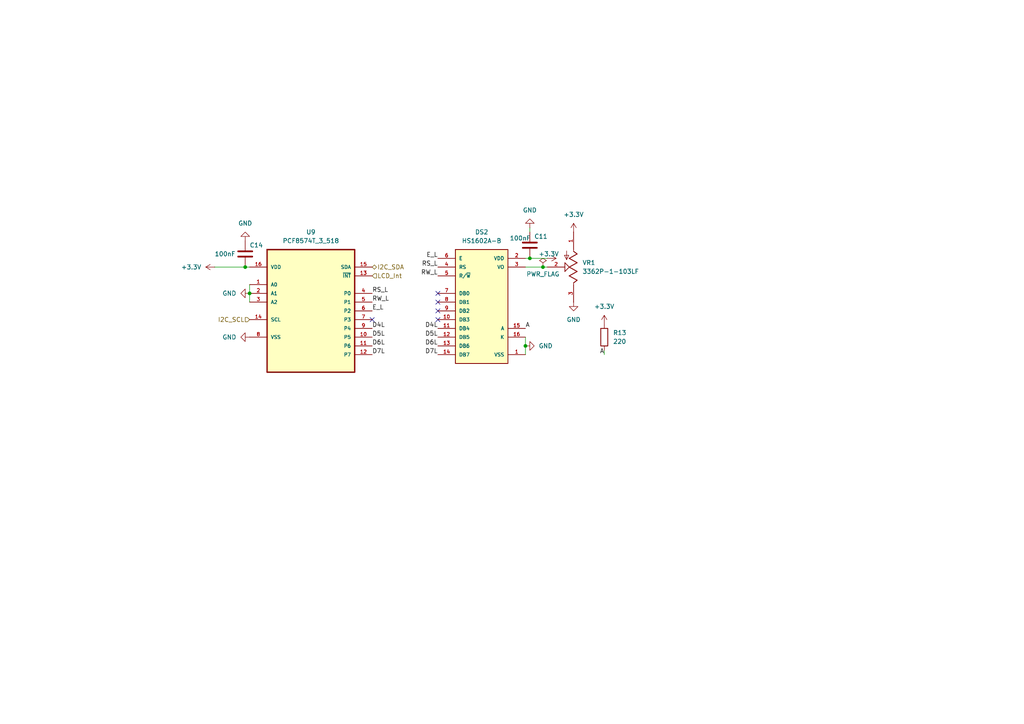
<source format=kicad_sch>
(kicad_sch
	(version 20231120)
	(generator "eeschema")
	(generator_version "8.0")
	(uuid "7ef60fe6-13aa-400d-aeac-a8337eea0a42")
	(paper "A4")
	(lib_symbols
		(symbol "Device:C"
			(pin_numbers hide)
			(pin_names
				(offset 0.254)
			)
			(exclude_from_sim no)
			(in_bom yes)
			(on_board yes)
			(property "Reference" "C"
				(at 0.635 2.54 0)
				(effects
					(font
						(size 1.27 1.27)
					)
					(justify left)
				)
			)
			(property "Value" "C"
				(at 0.635 -2.54 0)
				(effects
					(font
						(size 1.27 1.27)
					)
					(justify left)
				)
			)
			(property "Footprint" ""
				(at 0.9652 -3.81 0)
				(effects
					(font
						(size 1.27 1.27)
					)
					(hide yes)
				)
			)
			(property "Datasheet" "~"
				(at 0 0 0)
				(effects
					(font
						(size 1.27 1.27)
					)
					(hide yes)
				)
			)
			(property "Description" "Unpolarized capacitor"
				(at 0 0 0)
				(effects
					(font
						(size 1.27 1.27)
					)
					(hide yes)
				)
			)
			(property "ki_keywords" "cap capacitor"
				(at 0 0 0)
				(effects
					(font
						(size 1.27 1.27)
					)
					(hide yes)
				)
			)
			(property "ki_fp_filters" "C_*"
				(at 0 0 0)
				(effects
					(font
						(size 1.27 1.27)
					)
					(hide yes)
				)
			)
			(symbol "C_0_1"
				(polyline
					(pts
						(xy -2.032 -0.762) (xy 2.032 -0.762)
					)
					(stroke
						(width 0.508)
						(type default)
					)
					(fill
						(type none)
					)
				)
				(polyline
					(pts
						(xy -2.032 0.762) (xy 2.032 0.762)
					)
					(stroke
						(width 0.508)
						(type default)
					)
					(fill
						(type none)
					)
				)
			)
			(symbol "C_1_1"
				(pin passive line
					(at 0 3.81 270)
					(length 2.794)
					(name "~"
						(effects
							(font
								(size 1.27 1.27)
							)
						)
					)
					(number "1"
						(effects
							(font
								(size 1.27 1.27)
							)
						)
					)
				)
				(pin passive line
					(at 0 -3.81 90)
					(length 2.794)
					(name "~"
						(effects
							(font
								(size 1.27 1.27)
							)
						)
					)
					(number "2"
						(effects
							(font
								(size 1.27 1.27)
							)
						)
					)
				)
			)
		)
		(symbol "Device:R"
			(pin_numbers hide)
			(pin_names
				(offset 0)
			)
			(exclude_from_sim no)
			(in_bom yes)
			(on_board yes)
			(property "Reference" "R"
				(at 2.032 0 90)
				(effects
					(font
						(size 1.27 1.27)
					)
				)
			)
			(property "Value" "R"
				(at 0 0 90)
				(effects
					(font
						(size 1.27 1.27)
					)
				)
			)
			(property "Footprint" ""
				(at -1.778 0 90)
				(effects
					(font
						(size 1.27 1.27)
					)
					(hide yes)
				)
			)
			(property "Datasheet" "~"
				(at 0 0 0)
				(effects
					(font
						(size 1.27 1.27)
					)
					(hide yes)
				)
			)
			(property "Description" "Resistor"
				(at 0 0 0)
				(effects
					(font
						(size 1.27 1.27)
					)
					(hide yes)
				)
			)
			(property "ki_keywords" "R res resistor"
				(at 0 0 0)
				(effects
					(font
						(size 1.27 1.27)
					)
					(hide yes)
				)
			)
			(property "ki_fp_filters" "R_*"
				(at 0 0 0)
				(effects
					(font
						(size 1.27 1.27)
					)
					(hide yes)
				)
			)
			(symbol "R_0_1"
				(rectangle
					(start -1.016 -2.54)
					(end 1.016 2.54)
					(stroke
						(width 0.254)
						(type default)
					)
					(fill
						(type none)
					)
				)
			)
			(symbol "R_1_1"
				(pin passive line
					(at 0 3.81 270)
					(length 1.27)
					(name "~"
						(effects
							(font
								(size 1.27 1.27)
							)
						)
					)
					(number "1"
						(effects
							(font
								(size 1.27 1.27)
							)
						)
					)
				)
				(pin passive line
					(at 0 -3.81 90)
					(length 1.27)
					(name "~"
						(effects
							(font
								(size 1.27 1.27)
							)
						)
					)
					(number "2"
						(effects
							(font
								(size 1.27 1.27)
							)
						)
					)
				)
			)
		)
		(symbol "Motor_Flasher_Modified:3362P-1-103LF"
			(pin_names
				(offset 1.016)
			)
			(exclude_from_sim no)
			(in_bom yes)
			(on_board yes)
			(property "Reference" "VR1"
				(at -1.27 2.54 90)
				(effects
					(font
						(size 1.27 1.27)
					)
					(justify left)
				)
			)
			(property "Value" "3362P-1-103LF"
				(at 1.27 2.54 90)
				(effects
					(font
						(size 1.27 1.27)
					)
					(justify left)
				)
			)
			(property "Footprint" "Motor-Flasher:POT_3362P"
				(at 0 0 0)
				(effects
					(font
						(size 1.27 1.27)
					)
					(justify bottom)
					(hide yes)
				)
			)
			(property "Datasheet" ""
				(at 0 0 0)
				(effects
					(font
						(size 1.27 1.27)
					)
					(hide yes)
				)
			)
			(property "Description" ""
				(at 0 0 0)
				(effects
					(font
						(size 1.27 1.27)
					)
					(hide yes)
				)
			)
			(property "PARTREV" "08/26/10"
				(at 0 0 0)
				(effects
					(font
						(size 1.27 1.27)
					)
					(justify bottom)
					(hide yes)
				)
			)
			(property "MF" "Bourns"
				(at 0 0 0)
				(effects
					(font
						(size 1.27 1.27)
					)
					(justify bottom)
					(hide yes)
				)
			)
			(property "MP" "3362P-1-205LF"
				(at 0 0 0)
				(effects
					(font
						(size 1.27 1.27)
					)
					(justify bottom)
					(hide yes)
				)
			)
			(property "STANDARD" "Manufacturer Recommendation"
				(at 0 0 0)
				(effects
					(font
						(size 1.27 1.27)
					)
					(justify bottom)
					(hide yes)
				)
			)
			(symbol "3362P-1-103LF_0_0"
				(polyline
					(pts
						(xy -5.08 0) (xy -4.572 0)
					)
					(stroke
						(width 0.1524)
						(type default)
					)
					(fill
						(type none)
					)
				)
				(polyline
					(pts
						(xy -4.699 -2.032) (xy -2.159 -2.032)
					)
					(stroke
						(width 0.1524)
						(type default)
					)
					(fill
						(type none)
					)
				)
				(polyline
					(pts
						(xy -4.572 0) (xy -3.81 1.016)
					)
					(stroke
						(width 0.254)
						(type default)
					)
					(fill
						(type none)
					)
				)
				(polyline
					(pts
						(xy -3.81 1.016) (xy -2.54 -1.27)
					)
					(stroke
						(width 0.254)
						(type default)
					)
					(fill
						(type none)
					)
				)
				(polyline
					(pts
						(xy -3.429 -2.667) (xy -3.429 -1.397)
					)
					(stroke
						(width 0.1524)
						(type default)
					)
					(fill
						(type none)
					)
				)
				(polyline
					(pts
						(xy -3.429 -1.397) (xy -2.159 -2.032)
					)
					(stroke
						(width 0.1524)
						(type default)
					)
					(fill
						(type none)
					)
				)
				(polyline
					(pts
						(xy -2.54 -1.27) (xy -1.27 1.016)
					)
					(stroke
						(width 0.254)
						(type default)
					)
					(fill
						(type none)
					)
				)
				(polyline
					(pts
						(xy -2.159 -2.032) (xy -3.429 -2.667)
					)
					(stroke
						(width 0.1524)
						(type default)
					)
					(fill
						(type none)
					)
				)
				(polyline
					(pts
						(xy -1.27 -2.54) (xy 0 -1.27)
					)
					(stroke
						(width 0.2032)
						(type default)
					)
					(fill
						(type none)
					)
				)
				(polyline
					(pts
						(xy -1.27 1.016) (xy 0 -1.27)
					)
					(stroke
						(width 0.254)
						(type default)
					)
					(fill
						(type none)
					)
				)
				(polyline
					(pts
						(xy 0 -1.27) (xy 1.27 -2.54)
					)
					(stroke
						(width 0.2032)
						(type default)
					)
					(fill
						(type none)
					)
				)
				(polyline
					(pts
						(xy 0 -1.27) (xy 1.27 1.016)
					)
					(stroke
						(width 0.254)
						(type default)
					)
					(fill
						(type none)
					)
				)
				(polyline
					(pts
						(xy 1.27 -2.54) (xy -1.27 -2.54)
					)
					(stroke
						(width 0.2032)
						(type default)
					)
					(fill
						(type none)
					)
				)
				(polyline
					(pts
						(xy 1.27 1.016) (xy 2.54 -1.27)
					)
					(stroke
						(width 0.254)
						(type default)
					)
					(fill
						(type none)
					)
				)
				(polyline
					(pts
						(xy 2.54 -1.27) (xy 3.81 1.016)
					)
					(stroke
						(width 0.254)
						(type default)
					)
					(fill
						(type none)
					)
				)
				(polyline
					(pts
						(xy 3.81 1.016) (xy 4.572 0)
					)
					(stroke
						(width 0.254)
						(type default)
					)
					(fill
						(type none)
					)
				)
				(polyline
					(pts
						(xy 4.572 0) (xy 5.08 0)
					)
					(stroke
						(width 0.1524)
						(type default)
					)
					(fill
						(type none)
					)
				)
				(pin passive line
					(at -10.16 0 0)
					(length 5.08)
					(name "~"
						(effects
							(font
								(size 1.016 1.016)
							)
						)
					)
					(number "1"
						(effects
							(font
								(size 1.016 1.016)
							)
						)
					)
				)
				(pin passive line
					(at 0 -7.62 90)
					(length 5.08)
					(name "~"
						(effects
							(font
								(size 1.016 1.016)
							)
						)
					)
					(number "2"
						(effects
							(font
								(size 1.016 1.016)
							)
						)
					)
				)
				(pin passive line
					(at 10.16 0 180)
					(length 5.08)
					(name "~"
						(effects
							(font
								(size 1.016 1.016)
							)
						)
					)
					(number "3"
						(effects
							(font
								(size 1.016 1.016)
							)
						)
					)
				)
			)
		)
		(symbol "Motor_Flasher_Modified:LCM-S01602DTR_A"
			(pin_names
				(offset 1.016)
			)
			(exclude_from_sim no)
			(in_bom yes)
			(on_board yes)
			(property "Reference" "DS1"
				(at -2.54 22.86 0)
				(effects
					(font
						(size 1.27 1.27)
					)
				)
			)
			(property "Value" "HS1602A-B"
				(at -2.54 20.32 0)
				(effects
					(font
						(size 1.27 1.27)
					)
				)
			)
			(property "Footprint" "LCM-S01602DTR_A:LCD_LCM-S01602DTR_A"
				(at 0 0 0)
				(effects
					(font
						(size 1.27 1.27)
					)
					(justify bottom)
					(hide yes)
				)
			)
			(property "Datasheet" ""
				(at 0 0 0)
				(effects
					(font
						(size 1.27 1.27)
					)
					(hide yes)
				)
			)
			(property "Description" ""
				(at 0 0 0)
				(effects
					(font
						(size 1.27 1.27)
					)
					(hide yes)
				)
			)
			(property "MANUFACTURER" "Lumex"
				(at 0 0 0)
				(effects
					(font
						(size 1.27 1.27)
					)
					(justify bottom)
					(hide yes)
				)
			)
			(symbol "LCM-S01602DTR_A_0_0"
				(rectangle
					(start -10.16 17.78)
					(end 5.08 -15.24)
					(stroke
						(width 0.254)
						(type default)
					)
					(fill
						(type background)
					)
				)
				(pin power_in line
					(at 10.16 -12.7 180)
					(length 5.08)
					(name "VSS"
						(effects
							(font
								(size 1.016 1.016)
							)
						)
					)
					(number "1"
						(effects
							(font
								(size 1.016 1.016)
							)
						)
					)
				)
				(pin bidirectional line
					(at -15.24 -2.54 0)
					(length 5.08)
					(name "DB3"
						(effects
							(font
								(size 1.016 1.016)
							)
						)
					)
					(number "10"
						(effects
							(font
								(size 1.016 1.016)
							)
						)
					)
				)
				(pin bidirectional line
					(at -15.24 -5.08 0)
					(length 5.08)
					(name "DB4"
						(effects
							(font
								(size 1.016 1.016)
							)
						)
					)
					(number "11"
						(effects
							(font
								(size 1.016 1.016)
							)
						)
					)
				)
				(pin bidirectional line
					(at -15.24 -7.62 0)
					(length 5.08)
					(name "DB5"
						(effects
							(font
								(size 1.016 1.016)
							)
						)
					)
					(number "12"
						(effects
							(font
								(size 1.016 1.016)
							)
						)
					)
				)
				(pin bidirectional line
					(at -15.24 -10.16 0)
					(length 5.08)
					(name "DB6"
						(effects
							(font
								(size 1.016 1.016)
							)
						)
					)
					(number "13"
						(effects
							(font
								(size 1.016 1.016)
							)
						)
					)
				)
				(pin bidirectional line
					(at -15.24 -12.7 0)
					(length 5.08)
					(name "DB7"
						(effects
							(font
								(size 1.016 1.016)
							)
						)
					)
					(number "14"
						(effects
							(font
								(size 1.016 1.016)
							)
						)
					)
				)
				(pin power_in line
					(at 10.16 15.24 180)
					(length 5.08)
					(name "VDD"
						(effects
							(font
								(size 1.016 1.016)
							)
						)
					)
					(number "2"
						(effects
							(font
								(size 1.016 1.016)
							)
						)
					)
				)
				(pin power_in line
					(at 10.16 12.7 180)
					(length 5.08)
					(name "VO"
						(effects
							(font
								(size 1.016 1.016)
							)
						)
					)
					(number "3"
						(effects
							(font
								(size 1.016 1.016)
							)
						)
					)
				)
				(pin input line
					(at -15.24 12.7 0)
					(length 5.08)
					(name "RS"
						(effects
							(font
								(size 1.016 1.016)
							)
						)
					)
					(number "4"
						(effects
							(font
								(size 1.016 1.016)
							)
						)
					)
				)
				(pin input line
					(at -15.24 10.16 0)
					(length 5.08)
					(name "R/~{W}"
						(effects
							(font
								(size 1.016 1.016)
							)
						)
					)
					(number "5"
						(effects
							(font
								(size 1.016 1.016)
							)
						)
					)
				)
				(pin input line
					(at -15.24 15.24 0)
					(length 5.08)
					(name "E"
						(effects
							(font
								(size 1.016 1.016)
							)
						)
					)
					(number "6"
						(effects
							(font
								(size 1.016 1.016)
							)
						)
					)
				)
				(pin bidirectional line
					(at -15.24 5.08 0)
					(length 5.08)
					(name "DB0"
						(effects
							(font
								(size 1.016 1.016)
							)
						)
					)
					(number "7"
						(effects
							(font
								(size 1.016 1.016)
							)
						)
					)
				)
				(pin bidirectional line
					(at -15.24 2.54 0)
					(length 5.08)
					(name "DB1"
						(effects
							(font
								(size 1.016 1.016)
							)
						)
					)
					(number "8"
						(effects
							(font
								(size 1.016 1.016)
							)
						)
					)
				)
				(pin bidirectional line
					(at -15.24 0 0)
					(length 5.08)
					(name "DB2"
						(effects
							(font
								(size 1.016 1.016)
							)
						)
					)
					(number "9"
						(effects
							(font
								(size 1.016 1.016)
							)
						)
					)
				)
			)
			(symbol "LCM-S01602DTR_A_1_0"
				(pin input line
					(at 10.16 -5.08 180)
					(length 5.08)
					(name "A"
						(effects
							(font
								(size 1.016 1.016)
							)
						)
					)
					(number "15"
						(effects
							(font
								(size 1.016 1.016)
							)
						)
					)
				)
				(pin power_in line
					(at 10.16 -7.62 180)
					(length 5.08)
					(name "K"
						(effects
							(font
								(size 1.016 1.016)
							)
						)
					)
					(number "16"
						(effects
							(font
								(size 1.016 1.016)
							)
						)
					)
				)
			)
		)
		(symbol "PCF8574T_3_518:PCF8574T_3_518"
			(pin_names
				(offset 1.016)
			)
			(exclude_from_sim no)
			(in_bom yes)
			(on_board yes)
			(property "Reference" "U"
				(at -4.8821 16.5789 0)
				(effects
					(font
						(size 1.27 1.27)
					)
					(justify left bottom)
				)
			)
			(property "Value" "PCF8574T_3_518"
				(at -4.6387 -23.3717 0)
				(effects
					(font
						(size 1.27 1.27)
					)
					(justify left bottom)
				)
			)
			(property "Footprint" "PCF8574T_3_518:SOIC127P1032X265-16N"
				(at 0 0 0)
				(effects
					(font
						(size 1.27 1.27)
					)
					(justify bottom)
					(hide yes)
				)
			)
			(property "Datasheet" ""
				(at 0 0 0)
				(effects
					(font
						(size 1.27 1.27)
					)
					(hide yes)
				)
			)
			(property "Description" ""
				(at 0 0 0)
				(effects
					(font
						(size 1.27 1.27)
					)
					(hide yes)
				)
			)
			(property "SUPPLIER" "NXP"
				(at 0 0 0)
				(effects
					(font
						(size 1.27 1.27)
					)
					(justify bottom)
					(hide yes)
				)
			)
			(property "OC_FARNELL" "2101302"
				(at 0 0 0)
				(effects
					(font
						(size 1.27 1.27)
					)
					(justify bottom)
					(hide yes)
				)
			)
			(property "OC_NEWARK" "70R6866"
				(at 0 0 0)
				(effects
					(font
						(size 1.27 1.27)
					)
					(justify bottom)
					(hide yes)
				)
			)
			(property "MPN" "PCF8574T/3,518"
				(at 0 0 0)
				(effects
					(font
						(size 1.27 1.27)
					)
					(justify bottom)
					(hide yes)
				)
			)
			(property "PACKAGE" "SOIC-16"
				(at 0 0 0)
				(effects
					(font
						(size 1.27 1.27)
					)
					(justify bottom)
					(hide yes)
				)
			)
			(symbol "PCF8574T_3_518_0_0"
				(rectangle
					(start -12.7 -20.32)
					(end 12.7 15.24)
					(stroke
						(width 0.4064)
						(type default)
					)
					(fill
						(type background)
					)
				)
				(pin input line
					(at -17.78 5.08 0)
					(length 5.08)
					(name "A0"
						(effects
							(font
								(size 1.016 1.016)
							)
						)
					)
					(number "1"
						(effects
							(font
								(size 1.016 1.016)
							)
						)
					)
				)
				(pin bidirectional line
					(at 17.78 -10.16 180)
					(length 5.08)
					(name "P5"
						(effects
							(font
								(size 1.016 1.016)
							)
						)
					)
					(number "10"
						(effects
							(font
								(size 1.016 1.016)
							)
						)
					)
				)
				(pin bidirectional line
					(at 17.78 -12.7 180)
					(length 5.08)
					(name "P6"
						(effects
							(font
								(size 1.016 1.016)
							)
						)
					)
					(number "11"
						(effects
							(font
								(size 1.016 1.016)
							)
						)
					)
				)
				(pin bidirectional line
					(at 17.78 -15.24 180)
					(length 5.08)
					(name "P7"
						(effects
							(font
								(size 1.016 1.016)
							)
						)
					)
					(number "12"
						(effects
							(font
								(size 1.016 1.016)
							)
						)
					)
				)
				(pin output line
					(at 17.78 7.62 180)
					(length 5.08)
					(name "~{INT}"
						(effects
							(font
								(size 1.016 1.016)
							)
						)
					)
					(number "13"
						(effects
							(font
								(size 1.016 1.016)
							)
						)
					)
				)
				(pin input line
					(at -17.78 -5.08 0)
					(length 5.08)
					(name "SCL"
						(effects
							(font
								(size 1.016 1.016)
							)
						)
					)
					(number "14"
						(effects
							(font
								(size 1.016 1.016)
							)
						)
					)
				)
				(pin bidirectional line
					(at 17.78 10.16 180)
					(length 5.08)
					(name "SDA"
						(effects
							(font
								(size 1.016 1.016)
							)
						)
					)
					(number "15"
						(effects
							(font
								(size 1.016 1.016)
							)
						)
					)
				)
				(pin power_in line
					(at -17.78 10.16 0)
					(length 5.08)
					(name "VDD"
						(effects
							(font
								(size 1.016 1.016)
							)
						)
					)
					(number "16"
						(effects
							(font
								(size 1.016 1.016)
							)
						)
					)
				)
				(pin input line
					(at -17.78 2.54 0)
					(length 5.08)
					(name "A1"
						(effects
							(font
								(size 1.016 1.016)
							)
						)
					)
					(number "2"
						(effects
							(font
								(size 1.016 1.016)
							)
						)
					)
				)
				(pin input line
					(at -17.78 0 0)
					(length 5.08)
					(name "A2"
						(effects
							(font
								(size 1.016 1.016)
							)
						)
					)
					(number "3"
						(effects
							(font
								(size 1.016 1.016)
							)
						)
					)
				)
				(pin bidirectional line
					(at 17.78 2.54 180)
					(length 5.08)
					(name "P0"
						(effects
							(font
								(size 1.016 1.016)
							)
						)
					)
					(number "4"
						(effects
							(font
								(size 1.016 1.016)
							)
						)
					)
				)
				(pin bidirectional line
					(at 17.78 0 180)
					(length 5.08)
					(name "P1"
						(effects
							(font
								(size 1.016 1.016)
							)
						)
					)
					(number "5"
						(effects
							(font
								(size 1.016 1.016)
							)
						)
					)
				)
				(pin bidirectional line
					(at 17.78 -2.54 180)
					(length 5.08)
					(name "P2"
						(effects
							(font
								(size 1.016 1.016)
							)
						)
					)
					(number "6"
						(effects
							(font
								(size 1.016 1.016)
							)
						)
					)
				)
				(pin bidirectional line
					(at 17.78 -5.08 180)
					(length 5.08)
					(name "P3"
						(effects
							(font
								(size 1.016 1.016)
							)
						)
					)
					(number "7"
						(effects
							(font
								(size 1.016 1.016)
							)
						)
					)
				)
				(pin passive line
					(at -17.78 -10.16 0)
					(length 5.08)
					(name "VSS"
						(effects
							(font
								(size 1.016 1.016)
							)
						)
					)
					(number "8"
						(effects
							(font
								(size 1.016 1.016)
							)
						)
					)
				)
				(pin bidirectional line
					(at 17.78 -7.62 180)
					(length 5.08)
					(name "P4"
						(effects
							(font
								(size 1.016 1.016)
							)
						)
					)
					(number "9"
						(effects
							(font
								(size 1.016 1.016)
							)
						)
					)
				)
			)
		)
		(symbol "power:+3.3V"
			(power)
			(pin_numbers hide)
			(pin_names
				(offset 0) hide)
			(exclude_from_sim no)
			(in_bom yes)
			(on_board yes)
			(property "Reference" "#PWR"
				(at 0 -3.81 0)
				(effects
					(font
						(size 1.27 1.27)
					)
					(hide yes)
				)
			)
			(property "Value" "+3.3V"
				(at 0 3.556 0)
				(effects
					(font
						(size 1.27 1.27)
					)
				)
			)
			(property "Footprint" ""
				(at 0 0 0)
				(effects
					(font
						(size 1.27 1.27)
					)
					(hide yes)
				)
			)
			(property "Datasheet" ""
				(at 0 0 0)
				(effects
					(font
						(size 1.27 1.27)
					)
					(hide yes)
				)
			)
			(property "Description" "Power symbol creates a global label with name \"+3.3V\""
				(at 0 0 0)
				(effects
					(font
						(size 1.27 1.27)
					)
					(hide yes)
				)
			)
			(property "ki_keywords" "global power"
				(at 0 0 0)
				(effects
					(font
						(size 1.27 1.27)
					)
					(hide yes)
				)
			)
			(symbol "+3.3V_0_1"
				(polyline
					(pts
						(xy -0.762 1.27) (xy 0 2.54)
					)
					(stroke
						(width 0)
						(type default)
					)
					(fill
						(type none)
					)
				)
				(polyline
					(pts
						(xy 0 0) (xy 0 2.54)
					)
					(stroke
						(width 0)
						(type default)
					)
					(fill
						(type none)
					)
				)
				(polyline
					(pts
						(xy 0 2.54) (xy 0.762 1.27)
					)
					(stroke
						(width 0)
						(type default)
					)
					(fill
						(type none)
					)
				)
			)
			(symbol "+3.3V_1_1"
				(pin power_in line
					(at 0 0 90)
					(length 0)
					(name "~"
						(effects
							(font
								(size 1.27 1.27)
							)
						)
					)
					(number "1"
						(effects
							(font
								(size 1.27 1.27)
							)
						)
					)
				)
			)
		)
		(symbol "power:GND"
			(power)
			(pin_numbers hide)
			(pin_names
				(offset 0) hide)
			(exclude_from_sim no)
			(in_bom yes)
			(on_board yes)
			(property "Reference" "#PWR"
				(at 0 -6.35 0)
				(effects
					(font
						(size 1.27 1.27)
					)
					(hide yes)
				)
			)
			(property "Value" "GND"
				(at 0 -3.81 0)
				(effects
					(font
						(size 1.27 1.27)
					)
				)
			)
			(property "Footprint" ""
				(at 0 0 0)
				(effects
					(font
						(size 1.27 1.27)
					)
					(hide yes)
				)
			)
			(property "Datasheet" ""
				(at 0 0 0)
				(effects
					(font
						(size 1.27 1.27)
					)
					(hide yes)
				)
			)
			(property "Description" "Power symbol creates a global label with name \"GND\" , ground"
				(at 0 0 0)
				(effects
					(font
						(size 1.27 1.27)
					)
					(hide yes)
				)
			)
			(property "ki_keywords" "global power"
				(at 0 0 0)
				(effects
					(font
						(size 1.27 1.27)
					)
					(hide yes)
				)
			)
			(symbol "GND_0_1"
				(polyline
					(pts
						(xy 0 0) (xy 0 -1.27) (xy 1.27 -1.27) (xy 0 -2.54) (xy -1.27 -1.27) (xy 0 -1.27)
					)
					(stroke
						(width 0)
						(type default)
					)
					(fill
						(type none)
					)
				)
			)
			(symbol "GND_1_1"
				(pin power_in line
					(at 0 0 270)
					(length 0)
					(name "~"
						(effects
							(font
								(size 1.27 1.27)
							)
						)
					)
					(number "1"
						(effects
							(font
								(size 1.27 1.27)
							)
						)
					)
				)
			)
		)
		(symbol "power:PWR_FLAG"
			(power)
			(pin_numbers hide)
			(pin_names
				(offset 0) hide)
			(exclude_from_sim no)
			(in_bom yes)
			(on_board yes)
			(property "Reference" "#FLG"
				(at 0 1.905 0)
				(effects
					(font
						(size 1.27 1.27)
					)
					(hide yes)
				)
			)
			(property "Value" "PWR_FLAG"
				(at 0 3.81 0)
				(effects
					(font
						(size 1.27 1.27)
					)
				)
			)
			(property "Footprint" ""
				(at 0 0 0)
				(effects
					(font
						(size 1.27 1.27)
					)
					(hide yes)
				)
			)
			(property "Datasheet" "~"
				(at 0 0 0)
				(effects
					(font
						(size 1.27 1.27)
					)
					(hide yes)
				)
			)
			(property "Description" "Special symbol for telling ERC where power comes from"
				(at 0 0 0)
				(effects
					(font
						(size 1.27 1.27)
					)
					(hide yes)
				)
			)
			(property "ki_keywords" "flag power"
				(at 0 0 0)
				(effects
					(font
						(size 1.27 1.27)
					)
					(hide yes)
				)
			)
			(symbol "PWR_FLAG_0_0"
				(pin power_out line
					(at 0 0 90)
					(length 0)
					(name "~"
						(effects
							(font
								(size 1.27 1.27)
							)
						)
					)
					(number "1"
						(effects
							(font
								(size 1.27 1.27)
							)
						)
					)
				)
			)
			(symbol "PWR_FLAG_0_1"
				(polyline
					(pts
						(xy 0 0) (xy 0 1.27) (xy -1.016 1.905) (xy 0 2.54) (xy 1.016 1.905) (xy 0 1.27)
					)
					(stroke
						(width 0)
						(type default)
					)
					(fill
						(type none)
					)
				)
			)
		)
	)
	(junction
		(at 71.12 77.47)
		(diameter 0)
		(color 0 0 0 0)
		(uuid "029d7a8d-af88-41b5-81b9-430984fe595a")
	)
	(junction
		(at 153.67 74.93)
		(diameter 0)
		(color 0 0 0 0)
		(uuid "2e99fd4e-381b-4df7-bc13-ea9ff7ecef99")
	)
	(junction
		(at 72.39 85.09)
		(diameter 0)
		(color 0 0 0 0)
		(uuid "446131c8-9b9b-42c7-b9f8-e89dd35c17b6")
	)
	(junction
		(at 157.48 77.47)
		(diameter 0)
		(color 0 0 0 0)
		(uuid "4ccfe794-63d0-426a-b8c8-4fd17065f01d")
	)
	(junction
		(at 152.4 100.33)
		(diameter 0)
		(color 0 0 0 0)
		(uuid "4f7bbaf9-306a-4026-bb5b-e3736aed005b")
	)
	(no_connect
		(at 107.95 92.71)
		(uuid "1e57c2a8-3db0-4d70-8734-ae3027964025")
	)
	(no_connect
		(at 127 92.71)
		(uuid "2bbe8ef9-f84d-4e97-9114-ebb760fb21f1")
	)
	(no_connect
		(at 127 90.17)
		(uuid "39ef4140-ffab-46a9-a384-f889c57f92f2")
	)
	(no_connect
		(at 127 85.09)
		(uuid "5a5793ce-e156-46b6-adcb-d1a4b389cf33")
	)
	(no_connect
		(at 127 87.63)
		(uuid "90ccdc10-bb49-4031-9180-d09d11a7a795")
	)
	(wire
		(pts
			(xy 153.67 74.93) (xy 158.75 74.93)
		)
		(stroke
			(width 0)
			(type default)
		)
		(uuid "2b1a2540-66ba-4e8b-968a-13efbf630ee2")
	)
	(wire
		(pts
			(xy 152.4 97.79) (xy 152.4 100.33)
		)
		(stroke
			(width 0)
			(type default)
		)
		(uuid "30fd166d-4a8d-4bde-bccc-d5c1e7a0019b")
	)
	(wire
		(pts
			(xy 72.39 87.63) (xy 72.39 85.09)
		)
		(stroke
			(width 0)
			(type default)
		)
		(uuid "51c1bfc2-94fc-4910-b5ad-f1f3a79b5122")
	)
	(wire
		(pts
			(xy 72.39 82.55) (xy 72.39 85.09)
		)
		(stroke
			(width 0)
			(type default)
		)
		(uuid "65799455-7740-41fa-88af-afe531c287d6")
	)
	(wire
		(pts
			(xy 153.67 66.04) (xy 153.67 67.31)
		)
		(stroke
			(width 0)
			(type default)
		)
		(uuid "6685e019-b423-40fb-9bc9-72f62ec0c56a")
	)
	(wire
		(pts
			(xy 175.26 102.87) (xy 175.26 101.6)
		)
		(stroke
			(width 0)
			(type default)
		)
		(uuid "6ab4ae3f-16a9-4a22-8073-bdac7eef9960")
	)
	(wire
		(pts
			(xy 153.67 74.93) (xy 152.4 74.93)
		)
		(stroke
			(width 0)
			(type default)
		)
		(uuid "898d8872-69cd-4e40-95a5-5340c4cf7ee9")
	)
	(wire
		(pts
			(xy 71.12 77.47) (xy 72.39 77.47)
		)
		(stroke
			(width 0)
			(type default)
		)
		(uuid "8ead8fdf-1621-41e7-abae-ab4210613682")
	)
	(wire
		(pts
			(xy 62.23 77.47) (xy 71.12 77.47)
		)
		(stroke
			(width 0)
			(type default)
		)
		(uuid "920f2c8c-7d9f-40ff-9665-8608bacdc12e")
	)
	(wire
		(pts
			(xy 152.4 100.33) (xy 152.4 102.87)
		)
		(stroke
			(width 0)
			(type default)
		)
		(uuid "aaa8836d-cb68-4805-83c6-9c6ea18069da")
	)
	(wire
		(pts
			(xy 157.48 77.47) (xy 158.75 77.47)
		)
		(stroke
			(width 0)
			(type default)
		)
		(uuid "d8570ba9-f44c-40ac-ae85-01bc36eede08")
	)
	(wire
		(pts
			(xy 152.4 77.47) (xy 157.48 77.47)
		)
		(stroke
			(width 0)
			(type default)
		)
		(uuid "fdf0e9e1-9b6e-436c-9674-8c811f58d770")
	)
	(label "D7L"
		(at 127 102.87 180)
		(fields_autoplaced yes)
		(effects
			(font
				(size 1.27 1.27)
			)
			(justify right bottom)
		)
		(uuid "00f50f64-229d-4e86-9a66-a26642f94e06")
	)
	(label "RW_L"
		(at 107.95 87.63 0)
		(fields_autoplaced yes)
		(effects
			(font
				(size 1.27 1.27)
			)
			(justify left bottom)
		)
		(uuid "121c4402-864f-4c1c-8c60-7612fd57a6e7")
	)
	(label "D6L"
		(at 107.95 100.33 0)
		(fields_autoplaced yes)
		(effects
			(font
				(size 1.27 1.27)
			)
			(justify left bottom)
		)
		(uuid "20d72d21-a995-44f0-ba18-ac9555f42458")
	)
	(label "D7L"
		(at 107.95 102.87 0)
		(fields_autoplaced yes)
		(effects
			(font
				(size 1.27 1.27)
			)
			(justify left bottom)
		)
		(uuid "215dae79-5024-490f-982c-dd96a850b746")
	)
	(label "D5L"
		(at 127 97.79 180)
		(fields_autoplaced yes)
		(effects
			(font
				(size 1.27 1.27)
			)
			(justify right bottom)
		)
		(uuid "348cc742-c034-4832-b751-4094f5dfe8c5")
	)
	(label "E_L"
		(at 107.95 90.17 0)
		(fields_autoplaced yes)
		(effects
			(font
				(size 1.27 1.27)
			)
			(justify left bottom)
		)
		(uuid "415a6c79-a1be-4b8f-a0fd-c9b6d58edb7a")
	)
	(label "E_L"
		(at 127 74.93 180)
		(fields_autoplaced yes)
		(effects
			(font
				(size 1.27 1.27)
			)
			(justify right bottom)
		)
		(uuid "7ec863e0-4c93-4d01-97f4-d6e4cbc056d1")
	)
	(label "A"
		(at 175.26 102.87 180)
		(fields_autoplaced yes)
		(effects
			(font
				(size 1.27 1.27)
			)
			(justify right bottom)
		)
		(uuid "8427764a-628a-42b3-a9a4-1f7df6876be1")
	)
	(label "RS_L"
		(at 127 77.47 180)
		(fields_autoplaced yes)
		(effects
			(font
				(size 1.27 1.27)
			)
			(justify right bottom)
		)
		(uuid "99c4cca1-08ab-4388-b476-01c4a417391c")
	)
	(label "D6L"
		(at 127 100.33 180)
		(fields_autoplaced yes)
		(effects
			(font
				(size 1.27 1.27)
			)
			(justify right bottom)
		)
		(uuid "a05e797d-49e5-471d-8a92-2b56acecc248")
	)
	(label "D4L"
		(at 127 95.25 180)
		(fields_autoplaced yes)
		(effects
			(font
				(size 1.27 1.27)
			)
			(justify right bottom)
		)
		(uuid "ac95f27d-478b-435b-b95d-6989be7da27a")
	)
	(label "A"
		(at 152.4 95.25 0)
		(fields_autoplaced yes)
		(effects
			(font
				(size 1.27 1.27)
			)
			(justify left bottom)
		)
		(uuid "b9ca0448-d7d0-44e5-adb3-b74fc2d45d5d")
	)
	(label "RW_L"
		(at 127 80.01 180)
		(fields_autoplaced yes)
		(effects
			(font
				(size 1.27 1.27)
			)
			(justify right bottom)
		)
		(uuid "bfb853ba-f7d0-464f-935f-8f148768e9e3")
	)
	(label "RS_L"
		(at 107.95 85.09 0)
		(fields_autoplaced yes)
		(effects
			(font
				(size 1.27 1.27)
			)
			(justify left bottom)
		)
		(uuid "df7b2d01-b343-4303-8009-dc8b763d0996")
	)
	(label "D4L"
		(at 107.95 95.25 0)
		(fields_autoplaced yes)
		(effects
			(font
				(size 1.27 1.27)
			)
			(justify left bottom)
		)
		(uuid "efd05909-9225-41c1-b809-0bcb48a83a8b")
	)
	(label "D5L"
		(at 107.95 97.79 0)
		(fields_autoplaced yes)
		(effects
			(font
				(size 1.27 1.27)
			)
			(justify left bottom)
		)
		(uuid "fbfae50d-4257-48c0-b137-1d0db61ad8fb")
	)
	(hierarchical_label "LCD_Int"
		(shape input)
		(at 107.95 80.01 0)
		(fields_autoplaced yes)
		(effects
			(font
				(size 1.27 1.27)
			)
			(justify left)
		)
		(uuid "04d3a1ef-4457-416d-a791-760d58eb9db1")
	)
	(hierarchical_label "I2C_SCL"
		(shape input)
		(at 72.39 92.71 180)
		(fields_autoplaced yes)
		(effects
			(font
				(size 1.27 1.27)
			)
			(justify right)
		)
		(uuid "0f252e0b-e3ca-4bc6-9172-c5c174055ad1")
	)
	(hierarchical_label "I2C_SDA"
		(shape bidirectional)
		(at 107.95 77.47 0)
		(fields_autoplaced yes)
		(effects
			(font
				(size 1.27 1.27)
			)
			(justify left)
		)
		(uuid "32376a2c-b86f-4666-b6c8-ced6cb93abbb")
	)
	(symbol
		(lib_id "power:+3.3V")
		(at 62.23 77.47 90)
		(unit 1)
		(exclude_from_sim no)
		(in_bom yes)
		(on_board yes)
		(dnp no)
		(fields_autoplaced yes)
		(uuid "174f83a7-e1b6-4362-8d02-08aef00119c5")
		(property "Reference" "#PWR037"
			(at 66.04 77.47 0)
			(effects
				(font
					(size 1.27 1.27)
				)
				(hide yes)
			)
		)
		(property "Value" "+3.3V"
			(at 58.42 77.47 90)
			(effects
				(font
					(size 1.27 1.27)
				)
				(justify left)
			)
		)
		(property "Footprint" ""
			(at 62.23 77.47 0)
			(effects
				(font
					(size 1.27 1.27)
				)
				(hide yes)
			)
		)
		(property "Datasheet" ""
			(at 62.23 77.47 0)
			(effects
				(font
					(size 1.27 1.27)
				)
				(hide yes)
			)
		)
		(property "Description" "Power symbol creates a global label with name \"+3.3V\""
			(at 62.23 77.47 0)
			(effects
				(font
					(size 1.27 1.27)
				)
				(hide yes)
			)
		)
		(pin "1"
			(uuid "1b93fad2-a2b9-4032-a3a5-78b5eb550843")
		)
		(instances
			(project "Motor Programmer Rev. 2"
				(path "/011ae556-31c3-4ee2-a722-f56ffd3fdd08/06d156b2-e7ee-480c-8393-8b638463578f"
					(reference "#PWR037")
					(unit 1)
				)
			)
		)
	)
	(symbol
		(lib_id "power:GND")
		(at 166.37 87.63 0)
		(unit 1)
		(exclude_from_sim no)
		(in_bom yes)
		(on_board yes)
		(dnp no)
		(fields_autoplaced yes)
		(uuid "3bacb6fb-b11c-45b3-896e-59ce7cd5d1d2")
		(property "Reference" "#PWR034"
			(at 166.37 93.98 0)
			(effects
				(font
					(size 1.27 1.27)
				)
				(hide yes)
			)
		)
		(property "Value" "GND"
			(at 166.37 92.71 0)
			(effects
				(font
					(size 1.27 1.27)
				)
			)
		)
		(property "Footprint" ""
			(at 166.37 87.63 0)
			(effects
				(font
					(size 1.27 1.27)
				)
				(hide yes)
			)
		)
		(property "Datasheet" ""
			(at 166.37 87.63 0)
			(effects
				(font
					(size 1.27 1.27)
				)
				(hide yes)
			)
		)
		(property "Description" "Power symbol creates a global label with name \"GND\" , ground"
			(at 166.37 87.63 0)
			(effects
				(font
					(size 1.27 1.27)
				)
				(hide yes)
			)
		)
		(pin "1"
			(uuid "f4dbc890-aef0-4e63-a7a7-bf195595cbd4")
		)
		(instances
			(project "Motor Programmer Rev. 2"
				(path "/011ae556-31c3-4ee2-a722-f56ffd3fdd08/06d156b2-e7ee-480c-8393-8b638463578f"
					(reference "#PWR034")
					(unit 1)
				)
			)
		)
	)
	(symbol
		(lib_id "power:GND")
		(at 72.39 85.09 270)
		(unit 1)
		(exclude_from_sim no)
		(in_bom yes)
		(on_board yes)
		(dnp no)
		(fields_autoplaced yes)
		(uuid "4726c524-a6dc-4a9e-80af-84ae3774111e")
		(property "Reference" "#PWR039"
			(at 66.04 85.09 0)
			(effects
				(font
					(size 1.27 1.27)
				)
				(hide yes)
			)
		)
		(property "Value" "GND"
			(at 68.58 85.09 90)
			(effects
				(font
					(size 1.27 1.27)
				)
				(justify right)
			)
		)
		(property "Footprint" ""
			(at 72.39 85.09 0)
			(effects
				(font
					(size 1.27 1.27)
				)
				(hide yes)
			)
		)
		(property "Datasheet" ""
			(at 72.39 85.09 0)
			(effects
				(font
					(size 1.27 1.27)
				)
				(hide yes)
			)
		)
		(property "Description" "Power symbol creates a global label with name \"GND\" , ground"
			(at 72.39 85.09 0)
			(effects
				(font
					(size 1.27 1.27)
				)
				(hide yes)
			)
		)
		(pin "1"
			(uuid "8d3729eb-0864-450a-9b82-542d78cf4a80")
		)
		(instances
			(project "Motor Programmer Rev. 2"
				(path "/011ae556-31c3-4ee2-a722-f56ffd3fdd08/06d156b2-e7ee-480c-8393-8b638463578f"
					(reference "#PWR039")
					(unit 1)
				)
			)
		)
	)
	(symbol
		(lib_id "power:GND")
		(at 153.67 66.04 180)
		(unit 1)
		(exclude_from_sim no)
		(in_bom yes)
		(on_board yes)
		(dnp no)
		(fields_autoplaced yes)
		(uuid "4af89c65-5ae6-492e-a1fd-ccd432e4fe28")
		(property "Reference" "#PWR053"
			(at 153.67 59.69 0)
			(effects
				(font
					(size 1.27 1.27)
				)
				(hide yes)
			)
		)
		(property "Value" "GND"
			(at 153.67 60.96 0)
			(effects
				(font
					(size 1.27 1.27)
				)
			)
		)
		(property "Footprint" ""
			(at 153.67 66.04 0)
			(effects
				(font
					(size 1.27 1.27)
				)
				(hide yes)
			)
		)
		(property "Datasheet" ""
			(at 153.67 66.04 0)
			(effects
				(font
					(size 1.27 1.27)
				)
				(hide yes)
			)
		)
		(property "Description" "Power symbol creates a global label with name \"GND\" , ground"
			(at 153.67 66.04 0)
			(effects
				(font
					(size 1.27 1.27)
				)
				(hide yes)
			)
		)
		(pin "1"
			(uuid "30c08a57-22a5-4c96-90f7-342aa7891e06")
		)
		(instances
			(project "motor-flasher"
				(path "/011ae556-31c3-4ee2-a722-f56ffd3fdd08/06d156b2-e7ee-480c-8393-8b638463578f"
					(reference "#PWR053")
					(unit 1)
				)
			)
		)
	)
	(symbol
		(lib_id "Device:R")
		(at 175.26 97.79 0)
		(unit 1)
		(exclude_from_sim no)
		(in_bom yes)
		(on_board yes)
		(dnp no)
		(fields_autoplaced yes)
		(uuid "57d89cd8-969e-4dd5-9504-073d1982a25e")
		(property "Reference" "R13"
			(at 177.8 96.5199 0)
			(effects
				(font
					(size 1.27 1.27)
				)
				(justify left)
			)
		)
		(property "Value" "220"
			(at 177.8 99.0599 0)
			(effects
				(font
					(size 1.27 1.27)
				)
				(justify left)
			)
		)
		(property "Footprint" "Resistor_SMD:R_0402_1005Metric"
			(at 173.482 97.79 90)
			(effects
				(font
					(size 1.27 1.27)
				)
				(hide yes)
			)
		)
		(property "Datasheet" "~"
			(at 175.26 97.79 0)
			(effects
				(font
					(size 1.27 1.27)
				)
				(hide yes)
			)
		)
		(property "Description" ""
			(at 175.26 97.79 0)
			(effects
				(font
					(size 1.27 1.27)
				)
				(hide yes)
			)
		)
		(pin "1"
			(uuid "701c490c-345b-4a56-a8e4-c756b11621fe")
		)
		(pin "2"
			(uuid "95010221-1a3e-4fb6-8c9d-0e0fbcd61a8c")
		)
		(instances
			(project "Motor Programmer Rev. 2"
				(path "/011ae556-31c3-4ee2-a722-f56ffd3fdd08/06d156b2-e7ee-480c-8393-8b638463578f"
					(reference "R13")
					(unit 1)
				)
			)
		)
	)
	(symbol
		(lib_id "PCF8574T_3_518:PCF8574T_3_518")
		(at 90.17 87.63 0)
		(unit 1)
		(exclude_from_sim no)
		(in_bom yes)
		(on_board yes)
		(dnp no)
		(fields_autoplaced yes)
		(uuid "5df74eab-82bc-487c-ada8-deb48d9d3d84")
		(property "Reference" "U9"
			(at 90.17 67.31 0)
			(effects
				(font
					(size 1.27 1.27)
				)
			)
		)
		(property "Value" "PCF8574T_3_518"
			(at 90.17 69.85 0)
			(effects
				(font
					(size 1.27 1.27)
				)
			)
		)
		(property "Footprint" "Motor-Flasher:SOIC127P1032X265-16N"
			(at 90.17 87.63 0)
			(effects
				(font
					(size 1.27 1.27)
				)
				(justify bottom)
				(hide yes)
			)
		)
		(property "Datasheet" ""
			(at 90.17 87.63 0)
			(effects
				(font
					(size 1.27 1.27)
				)
				(hide yes)
			)
		)
		(property "Description" ""
			(at 90.17 87.63 0)
			(effects
				(font
					(size 1.27 1.27)
				)
				(hide yes)
			)
		)
		(property "SUPPLIER" "NXP"
			(at 90.17 87.63 0)
			(effects
				(font
					(size 1.27 1.27)
				)
				(justify bottom)
				(hide yes)
			)
		)
		(property "OC_FARNELL" "2101302"
			(at 90.17 87.63 0)
			(effects
				(font
					(size 1.27 1.27)
				)
				(justify bottom)
				(hide yes)
			)
		)
		(property "OC_NEWARK" "70R6866"
			(at 90.17 87.63 0)
			(effects
				(font
					(size 1.27 1.27)
				)
				(justify bottom)
				(hide yes)
			)
		)
		(property "MPN" "PCF8574T/3,518"
			(at 90.17 87.63 0)
			(effects
				(font
					(size 1.27 1.27)
				)
				(justify bottom)
				(hide yes)
			)
		)
		(property "PACKAGE" "SOIC-16"
			(at 90.17 87.63 0)
			(effects
				(font
					(size 1.27 1.27)
				)
				(justify bottom)
				(hide yes)
			)
		)
		(pin "1"
			(uuid "3e202c9f-21c6-4421-a9ed-8a140d372d44")
		)
		(pin "10"
			(uuid "25c7bd2e-993b-46e0-99e3-04da5a522ae8")
		)
		(pin "11"
			(uuid "670b4836-772d-4290-a8a2-1ce2328b2c40")
		)
		(pin "12"
			(uuid "92d492db-8148-49ea-9065-98ac34340d91")
		)
		(pin "13"
			(uuid "e72213ce-eaf1-4974-b3cd-5eb222bb87f9")
		)
		(pin "14"
			(uuid "d7766c1f-6fdd-4ac4-a95c-1b38cda190b2")
		)
		(pin "15"
			(uuid "2a4f46c0-1925-4235-aba2-248765247ded")
		)
		(pin "16"
			(uuid "aba01b88-0f9b-46bd-b033-2169c0ffac10")
		)
		(pin "2"
			(uuid "9e81ba67-e74f-412a-98f3-639478210dae")
		)
		(pin "3"
			(uuid "f67d8180-988c-45bb-943a-ca5d46c79802")
		)
		(pin "4"
			(uuid "3e99acef-dfe4-4a26-9000-25adb2d8ad7a")
		)
		(pin "5"
			(uuid "74d6d351-79d4-463f-9f90-2342db0edd08")
		)
		(pin "6"
			(uuid "53f817c5-f28f-4fa7-bf7a-1aa5a238a53d")
		)
		(pin "7"
			(uuid "e382df85-5aa6-4c3c-a138-13b357fdfa99")
		)
		(pin "8"
			(uuid "e4ed43c8-4655-486b-89ac-a0265058b3ee")
		)
		(pin "9"
			(uuid "6bdd91e7-6a1f-4280-bad8-2f6e45e581c2")
		)
		(instances
			(project "Motor Programmer Rev. 2"
				(path "/011ae556-31c3-4ee2-a722-f56ffd3fdd08/06d156b2-e7ee-480c-8393-8b638463578f"
					(reference "U9")
					(unit 1)
				)
			)
		)
	)
	(symbol
		(lib_id "power:+3.3V")
		(at 175.26 93.98 0)
		(unit 1)
		(exclude_from_sim no)
		(in_bom yes)
		(on_board yes)
		(dnp no)
		(fields_autoplaced yes)
		(uuid "67809e59-3cce-429e-b501-42caf9f61b73")
		(property "Reference" "#PWR032"
			(at 175.26 97.79 0)
			(effects
				(font
					(size 1.27 1.27)
				)
				(hide yes)
			)
		)
		(property "Value" "+3.3V"
			(at 175.26 88.9 0)
			(effects
				(font
					(size 1.27 1.27)
				)
			)
		)
		(property "Footprint" ""
			(at 175.26 93.98 0)
			(effects
				(font
					(size 1.27 1.27)
				)
				(hide yes)
			)
		)
		(property "Datasheet" ""
			(at 175.26 93.98 0)
			(effects
				(font
					(size 1.27 1.27)
				)
				(hide yes)
			)
		)
		(property "Description" "Power symbol creates a global label with name \"+3.3V\""
			(at 175.26 93.98 0)
			(effects
				(font
					(size 1.27 1.27)
				)
				(hide yes)
			)
		)
		(pin "1"
			(uuid "96868718-49f0-4074-b0bd-00d0af7f92c6")
		)
		(instances
			(project "Motor Programmer Rev. 2"
				(path "/011ae556-31c3-4ee2-a722-f56ffd3fdd08/06d156b2-e7ee-480c-8393-8b638463578f"
					(reference "#PWR032")
					(unit 1)
				)
			)
		)
	)
	(symbol
		(lib_id "Device:C")
		(at 153.67 71.12 0)
		(unit 1)
		(exclude_from_sim no)
		(in_bom yes)
		(on_board yes)
		(dnp no)
		(uuid "8f174eba-7267-4b06-b798-7eb61d62e937")
		(property "Reference" "C11"
			(at 154.94 68.58 0)
			(effects
				(font
					(size 1.27 1.27)
				)
				(justify left)
			)
		)
		(property "Value" "100nF"
			(at 147.828 69.088 0)
			(effects
				(font
					(size 1.27 1.27)
				)
				(justify left)
			)
		)
		(property "Footprint" "Capacitor_SMD:C_0402_1005Metric"
			(at 154.6352 74.93 0)
			(effects
				(font
					(size 1.27 1.27)
				)
				(hide yes)
			)
		)
		(property "Datasheet" "~"
			(at 153.67 71.12 0)
			(effects
				(font
					(size 1.27 1.27)
				)
				(hide yes)
			)
		)
		(property "Description" ""
			(at 153.67 71.12 0)
			(effects
				(font
					(size 1.27 1.27)
				)
				(hide yes)
			)
		)
		(pin "1"
			(uuid "258e6905-5f57-43f3-87d7-985b04d18cf9")
		)
		(pin "2"
			(uuid "053b3dad-4ee5-4265-9f4d-d238fe1c009d")
		)
		(instances
			(project "motor-flasher"
				(path "/011ae556-31c3-4ee2-a722-f56ffd3fdd08/06d156b2-e7ee-480c-8393-8b638463578f"
					(reference "C11")
					(unit 1)
				)
			)
		)
	)
	(symbol
		(lib_id "power:GND")
		(at 72.39 97.79 270)
		(unit 1)
		(exclude_from_sim no)
		(in_bom yes)
		(on_board yes)
		(dnp no)
		(fields_autoplaced yes)
		(uuid "992fb931-b2d0-49bc-9064-b4bcd6bd9d46")
		(property "Reference" "#PWR036"
			(at 66.04 97.79 0)
			(effects
				(font
					(size 1.27 1.27)
				)
				(hide yes)
			)
		)
		(property "Value" "GND"
			(at 68.58 97.79 90)
			(effects
				(font
					(size 1.27 1.27)
				)
				(justify right)
			)
		)
		(property "Footprint" ""
			(at 72.39 97.79 0)
			(effects
				(font
					(size 1.27 1.27)
				)
				(hide yes)
			)
		)
		(property "Datasheet" ""
			(at 72.39 97.79 0)
			(effects
				(font
					(size 1.27 1.27)
				)
				(hide yes)
			)
		)
		(property "Description" "Power symbol creates a global label with name \"GND\" , ground"
			(at 72.39 97.79 0)
			(effects
				(font
					(size 1.27 1.27)
				)
				(hide yes)
			)
		)
		(pin "1"
			(uuid "cf67f77b-dbcc-4a08-b984-13555e201179")
		)
		(instances
			(project "Motor Programmer Rev. 2"
				(path "/011ae556-31c3-4ee2-a722-f56ffd3fdd08/06d156b2-e7ee-480c-8393-8b638463578f"
					(reference "#PWR036")
					(unit 1)
				)
			)
		)
	)
	(symbol
		(lib_id "power:GND")
		(at 71.12 69.85 180)
		(unit 1)
		(exclude_from_sim no)
		(in_bom yes)
		(on_board yes)
		(dnp no)
		(fields_autoplaced yes)
		(uuid "ab07cca0-07bc-4b84-8a57-eb677c82d4fa")
		(property "Reference" "#PWR040"
			(at 71.12 63.5 0)
			(effects
				(font
					(size 1.27 1.27)
				)
				(hide yes)
			)
		)
		(property "Value" "GND"
			(at 71.12 64.77 0)
			(effects
				(font
					(size 1.27 1.27)
				)
			)
		)
		(property "Footprint" ""
			(at 71.12 69.85 0)
			(effects
				(font
					(size 1.27 1.27)
				)
				(hide yes)
			)
		)
		(property "Datasheet" ""
			(at 71.12 69.85 0)
			(effects
				(font
					(size 1.27 1.27)
				)
				(hide yes)
			)
		)
		(property "Description" "Power symbol creates a global label with name \"GND\" , ground"
			(at 71.12 69.85 0)
			(effects
				(font
					(size 1.27 1.27)
				)
				(hide yes)
			)
		)
		(pin "1"
			(uuid "b6cb8453-e66d-452b-b0c9-541e4e2fccb5")
		)
		(instances
			(project "Motor Programmer Rev. 2"
				(path "/011ae556-31c3-4ee2-a722-f56ffd3fdd08/06d156b2-e7ee-480c-8393-8b638463578f"
					(reference "#PWR040")
					(unit 1)
				)
			)
		)
	)
	(symbol
		(lib_id "Device:C")
		(at 71.12 73.66 0)
		(unit 1)
		(exclude_from_sim no)
		(in_bom yes)
		(on_board yes)
		(dnp no)
		(uuid "b0e77bf2-a80c-4aef-97e7-dccd87722345")
		(property "Reference" "C14"
			(at 72.39 71.12 0)
			(effects
				(font
					(size 1.27 1.27)
				)
				(justify left)
			)
		)
		(property "Value" "100nF"
			(at 62.23 73.66 0)
			(effects
				(font
					(size 1.27 1.27)
				)
				(justify left)
			)
		)
		(property "Footprint" "Capacitor_SMD:C_0402_1005Metric"
			(at 72.0852 77.47 0)
			(effects
				(font
					(size 1.27 1.27)
				)
				(hide yes)
			)
		)
		(property "Datasheet" "~"
			(at 71.12 73.66 0)
			(effects
				(font
					(size 1.27 1.27)
				)
				(hide yes)
			)
		)
		(property "Description" ""
			(at 71.12 73.66 0)
			(effects
				(font
					(size 1.27 1.27)
				)
				(hide yes)
			)
		)
		(pin "1"
			(uuid "fd467ce9-d262-4d16-a532-b063f3be573d")
		)
		(pin "2"
			(uuid "9959b806-8bf8-49b0-b578-bf5ee8b926ae")
		)
		(instances
			(project "Motor Programmer Rev. 2"
				(path "/011ae556-31c3-4ee2-a722-f56ffd3fdd08/06d156b2-e7ee-480c-8393-8b638463578f"
					(reference "C14")
					(unit 1)
				)
			)
		)
	)
	(symbol
		(lib_id "power:PWR_FLAG")
		(at 157.48 77.47 0)
		(unit 1)
		(exclude_from_sim no)
		(in_bom yes)
		(on_board yes)
		(dnp no)
		(uuid "c3ff9298-0412-47ec-b956-8291e77df1c0")
		(property "Reference" "#FLG01"
			(at 157.48 75.565 0)
			(effects
				(font
					(size 1.27 1.27)
				)
				(hide yes)
			)
		)
		(property "Value" "PWR_FLAG"
			(at 157.48 79.502 0)
			(effects
				(font
					(size 1.27 1.27)
				)
			)
		)
		(property "Footprint" ""
			(at 157.48 77.47 0)
			(effects
				(font
					(size 1.27 1.27)
				)
				(hide yes)
			)
		)
		(property "Datasheet" "~"
			(at 157.48 77.47 0)
			(effects
				(font
					(size 1.27 1.27)
				)
				(hide yes)
			)
		)
		(property "Description" "Special symbol for telling ERC where power comes from"
			(at 157.48 77.47 0)
			(effects
				(font
					(size 1.27 1.27)
				)
				(hide yes)
			)
		)
		(pin "1"
			(uuid "01694f7f-fed7-464d-a7d4-16076f309505")
		)
		(instances
			(project ""
				(path "/011ae556-31c3-4ee2-a722-f56ffd3fdd08/06d156b2-e7ee-480c-8393-8b638463578f"
					(reference "#FLG01")
					(unit 1)
				)
			)
		)
	)
	(symbol
		(lib_id "Motor_Flasher_Modified:LCM-S01602DTR_A")
		(at 142.24 90.17 0)
		(unit 1)
		(exclude_from_sim no)
		(in_bom yes)
		(on_board yes)
		(dnp no)
		(fields_autoplaced yes)
		(uuid "c6c5fe62-e20d-4275-b616-0b6fb29d5dc1")
		(property "Reference" "DS2"
			(at 139.7 67.31 0)
			(effects
				(font
					(size 1.27 1.27)
				)
			)
		)
		(property "Value" "HS1602A-B"
			(at 139.7 69.85 0)
			(effects
				(font
					(size 1.27 1.27)
				)
			)
		)
		(property "Footprint" "LCM-S01602DTR_A:LCD_LCM-S01602DTR_A"
			(at 142.24 90.17 0)
			(effects
				(font
					(size 1.27 1.27)
				)
				(justify bottom)
				(hide yes)
			)
		)
		(property "Datasheet" ""
			(at 142.24 90.17 0)
			(effects
				(font
					(size 1.27 1.27)
				)
				(hide yes)
			)
		)
		(property "Description" ""
			(at 142.24 90.17 0)
			(effects
				(font
					(size 1.27 1.27)
				)
				(hide yes)
			)
		)
		(property "MANUFACTURER" "Lumex"
			(at 142.24 90.17 0)
			(effects
				(font
					(size 1.27 1.27)
				)
				(justify bottom)
				(hide yes)
			)
		)
		(pin "1"
			(uuid "14e71bb3-4f86-4d27-a5bd-8be302c5e856")
		)
		(pin "6"
			(uuid "e8534701-386b-4f42-96a6-e886e1272ef2")
		)
		(pin "16"
			(uuid "6ae93612-2ddb-433e-a67e-b0c15077ee72")
		)
		(pin "13"
			(uuid "260c55f9-8c23-4c16-9e39-5e91ed2c0898")
		)
		(pin "12"
			(uuid "1e2252ee-b05c-4a83-9512-6498421f94bd")
		)
		(pin "9"
			(uuid "ab1548d9-6589-4d2a-b86f-e2c69cb74d3a")
		)
		(pin "10"
			(uuid "db89af4b-bce6-441b-a188-4c7a15cdb5d2")
		)
		(pin "5"
			(uuid "8cd9d322-3650-4f90-96a9-39ec0b3de37a")
		)
		(pin "15"
			(uuid "010e6cd7-142d-43fc-8f67-83627851b97a")
		)
		(pin "2"
			(uuid "53761191-90be-4b5e-a9e2-b000689d4f1f")
		)
		(pin "14"
			(uuid "5c9946ce-b522-44da-850c-812727429985")
		)
		(pin "4"
			(uuid "07952b75-c4e7-42e8-9bcf-709487944e78")
		)
		(pin "3"
			(uuid "13f2057f-3690-4313-aa1c-9756cb8ab168")
		)
		(pin "8"
			(uuid "0f7c8587-c11c-428e-98b5-7e7cfa70e5d6")
		)
		(pin "11"
			(uuid "6fcb3740-7e5f-463e-8b29-f79bc97173cc")
		)
		(pin "7"
			(uuid "99592dd1-9099-43a6-aa9e-42e8d437a918")
		)
		(instances
			(project ""
				(path "/011ae556-31c3-4ee2-a722-f56ffd3fdd08/06d156b2-e7ee-480c-8393-8b638463578f"
					(reference "DS2")
					(unit 1)
				)
			)
		)
	)
	(symbol
		(lib_id "power:GND")
		(at 152.4 100.33 90)
		(unit 1)
		(exclude_from_sim no)
		(in_bom yes)
		(on_board yes)
		(dnp no)
		(fields_autoplaced yes)
		(uuid "d6b400e8-ce5f-400e-b5fa-43d791c1d543")
		(property "Reference" "#PWR052"
			(at 158.75 100.33 0)
			(effects
				(font
					(size 1.27 1.27)
				)
				(hide yes)
			)
		)
		(property "Value" "GND"
			(at 156.21 100.33 90)
			(effects
				(font
					(size 1.27 1.27)
				)
				(justify right)
			)
		)
		(property "Footprint" ""
			(at 152.4 100.33 0)
			(effects
				(font
					(size 1.27 1.27)
				)
				(hide yes)
			)
		)
		(property "Datasheet" ""
			(at 152.4 100.33 0)
			(effects
				(font
					(size 1.27 1.27)
				)
				(hide yes)
			)
		)
		(property "Description" "Power symbol creates a global label with name \"GND\" , ground"
			(at 152.4 100.33 0)
			(effects
				(font
					(size 1.27 1.27)
				)
				(hide yes)
			)
		)
		(pin "1"
			(uuid "47173191-2d68-49ad-81e5-4bd9f95735e9")
		)
		(instances
			(project "Motor Programmer Rev. 2"
				(path "/011ae556-31c3-4ee2-a722-f56ffd3fdd08/06d156b2-e7ee-480c-8393-8b638463578f"
					(reference "#PWR052")
					(unit 1)
				)
			)
		)
	)
	(symbol
		(lib_id "Motor_Flasher_Modified:3362P-1-103LF")
		(at 166.37 77.47 270)
		(unit 1)
		(exclude_from_sim no)
		(in_bom yes)
		(on_board yes)
		(dnp no)
		(fields_autoplaced yes)
		(uuid "dfac7924-24ff-4ff3-ae9d-3079d44e599d")
		(property "Reference" "VR1"
			(at 168.91 76.1999 90)
			(effects
				(font
					(size 1.27 1.27)
				)
				(justify left)
			)
		)
		(property "Value" "3362P-1-103LF"
			(at 168.91 78.7399 90)
			(effects
				(font
					(size 1.27 1.27)
				)
				(justify left)
			)
		)
		(property "Footprint" "Motor-Flasher:POT_3362P"
			(at 166.37 77.47 0)
			(effects
				(font
					(size 1.27 1.27)
				)
				(justify bottom)
				(hide yes)
			)
		)
		(property "Datasheet" ""
			(at 166.37 77.47 0)
			(effects
				(font
					(size 1.27 1.27)
				)
				(hide yes)
			)
		)
		(property "Description" ""
			(at 166.37 77.47 0)
			(effects
				(font
					(size 1.27 1.27)
				)
				(hide yes)
			)
		)
		(property "PARTREV" "08/26/10"
			(at 166.37 77.47 0)
			(effects
				(font
					(size 1.27 1.27)
				)
				(justify bottom)
				(hide yes)
			)
		)
		(property "MF" "Bourns"
			(at 166.37 77.47 0)
			(effects
				(font
					(size 1.27 1.27)
				)
				(justify bottom)
				(hide yes)
			)
		)
		(property "MP" "3362P-1-205LF"
			(at 166.37 77.47 0)
			(effects
				(font
					(size 1.27 1.27)
				)
				(justify bottom)
				(hide yes)
			)
		)
		(property "STANDARD" "Manufacturer Recommendation"
			(at 166.37 77.47 0)
			(effects
				(font
					(size 1.27 1.27)
				)
				(justify bottom)
				(hide yes)
			)
		)
		(pin "3"
			(uuid "0e08b24f-b561-4e3e-b121-c55bcf8392da")
		)
		(pin "1"
			(uuid "f195c2c3-8d02-4e0c-b2b6-1f9e3ea34a22")
		)
		(pin "2"
			(uuid "ad1ef2e8-9986-459b-9efb-e99557814c4c")
		)
		(instances
			(project ""
				(path "/011ae556-31c3-4ee2-a722-f56ffd3fdd08/06d156b2-e7ee-480c-8393-8b638463578f"
					(reference "VR1")
					(unit 1)
				)
			)
		)
	)
	(symbol
		(lib_id "power:+3.3V")
		(at 158.75 74.93 270)
		(unit 1)
		(exclude_from_sim no)
		(in_bom yes)
		(on_board yes)
		(dnp no)
		(uuid "e1213287-8566-4ccf-9d4a-83e6b74c71b5")
		(property "Reference" "#PWR031"
			(at 154.94 74.93 0)
			(effects
				(font
					(size 1.27 1.27)
				)
				(hide yes)
			)
		)
		(property "Value" "+3.3V"
			(at 156.21 73.66 90)
			(effects
				(font
					(size 1.27 1.27)
				)
				(justify left)
			)
		)
		(property "Footprint" ""
			(at 158.75 74.93 0)
			(effects
				(font
					(size 1.27 1.27)
				)
				(hide yes)
			)
		)
		(property "Datasheet" ""
			(at 158.75 74.93 0)
			(effects
				(font
					(size 1.27 1.27)
				)
				(hide yes)
			)
		)
		(property "Description" "Power symbol creates a global label with name \"+3.3V\""
			(at 158.75 74.93 0)
			(effects
				(font
					(size 1.27 1.27)
				)
				(hide yes)
			)
		)
		(pin "1"
			(uuid "15d2b923-f457-47bc-8aaa-ad6030cafa29")
		)
		(instances
			(project "Motor Programmer Rev. 2"
				(path "/011ae556-31c3-4ee2-a722-f56ffd3fdd08/06d156b2-e7ee-480c-8393-8b638463578f"
					(reference "#PWR031")
					(unit 1)
				)
			)
		)
	)
	(symbol
		(lib_id "power:+3.3V")
		(at 166.37 67.31 0)
		(unit 1)
		(exclude_from_sim no)
		(in_bom yes)
		(on_board yes)
		(dnp no)
		(fields_autoplaced yes)
		(uuid "ef840469-03d5-43da-928a-5aeffb6978ee")
		(property "Reference" "#PWR033"
			(at 166.37 71.12 0)
			(effects
				(font
					(size 1.27 1.27)
				)
				(hide yes)
			)
		)
		(property "Value" "+3.3V"
			(at 166.37 62.23 0)
			(effects
				(font
					(size 1.27 1.27)
				)
			)
		)
		(property "Footprint" ""
			(at 166.37 67.31 0)
			(effects
				(font
					(size 1.27 1.27)
				)
				(hide yes)
			)
		)
		(property "Datasheet" ""
			(at 166.37 67.31 0)
			(effects
				(font
					(size 1.27 1.27)
				)
				(hide yes)
			)
		)
		(property "Description" "Power symbol creates a global label with name \"+3.3V\""
			(at 166.37 67.31 0)
			(effects
				(font
					(size 1.27 1.27)
				)
				(hide yes)
			)
		)
		(pin "1"
			(uuid "601961a6-2858-4278-8112-4ec9ffdded92")
		)
		(instances
			(project "Motor Programmer Rev. 2"
				(path "/011ae556-31c3-4ee2-a722-f56ffd3fdd08/06d156b2-e7ee-480c-8393-8b638463578f"
					(reference "#PWR033")
					(unit 1)
				)
			)
		)
	)
)

</source>
